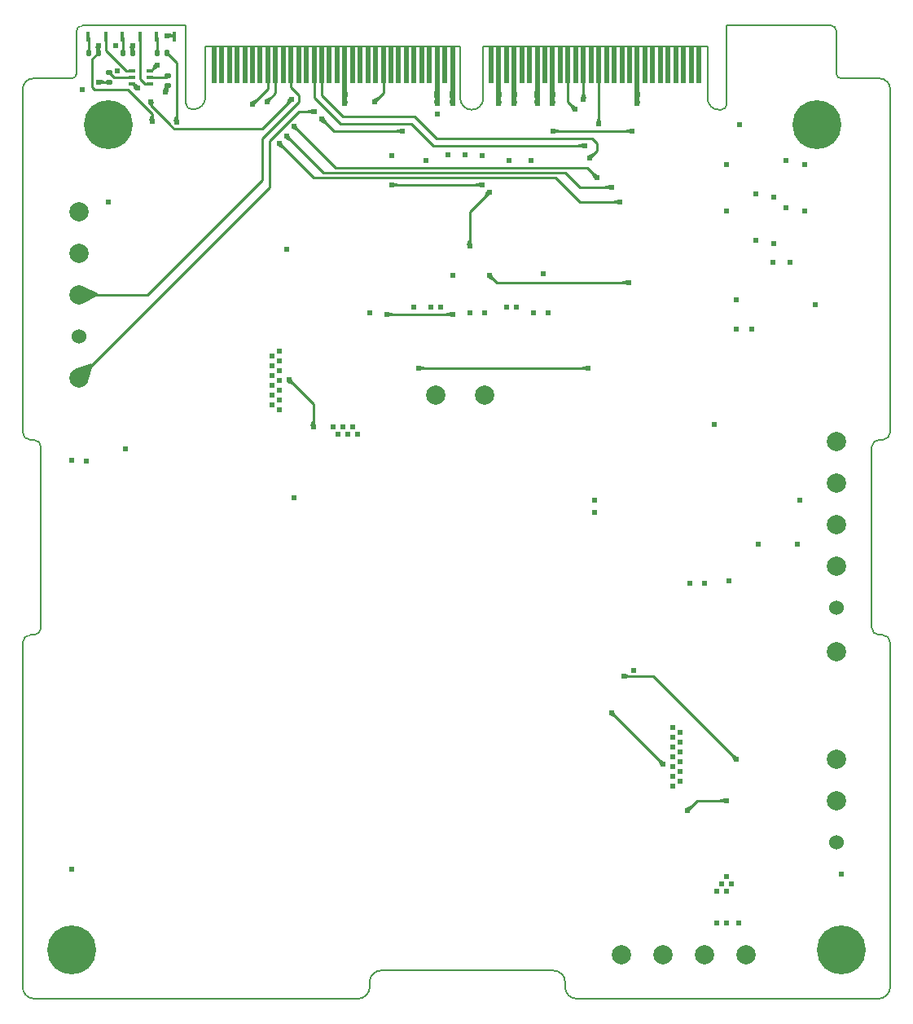
<source format=gbl>
G04 #@! TF.GenerationSoftware,KiCad,Pcbnew,7.0.1*
G04 #@! TF.CreationDate,2023-06-22T14:27:13-04:00*
G04 #@! TF.ProjectId,payload-interface-board,7061796c-6f61-4642-9d69-6e7465726661,B*
G04 #@! TF.SameCoordinates,Original*
G04 #@! TF.FileFunction,Copper,L4,Bot*
G04 #@! TF.FilePolarity,Positive*
%FSLAX46Y46*%
G04 Gerber Fmt 4.6, Leading zero omitted, Abs format (unit mm)*
G04 Created by KiCad (PCBNEW 7.0.1) date 2023-06-22 14:27:13*
%MOMM*%
%LPD*%
G01*
G04 APERTURE LIST*
G04 Aperture macros list*
%AMRoundRect*
0 Rectangle with rounded corners*
0 $1 Rounding radius*
0 $2 $3 $4 $5 $6 $7 $8 $9 X,Y pos of 4 corners*
0 Add a 4 corners polygon primitive as box body*
4,1,4,$2,$3,$4,$5,$6,$7,$8,$9,$2,$3,0*
0 Add four circle primitives for the rounded corners*
1,1,$1+$1,$2,$3*
1,1,$1+$1,$4,$5*
1,1,$1+$1,$6,$7*
1,1,$1+$1,$8,$9*
0 Add four rect primitives between the rounded corners*
20,1,$1+$1,$2,$3,$4,$5,0*
20,1,$1+$1,$4,$5,$6,$7,0*
20,1,$1+$1,$6,$7,$8,$9,0*
20,1,$1+$1,$8,$9,$2,$3,0*%
%AMFreePoly0*
4,1,12,0.105238,2.379067,0.194454,2.319454,0.254067,2.230238,0.275000,2.125000,0.275000,-1.400000,-0.275000,-1.400000,-0.275000,2.125000,-0.254067,2.230238,-0.194454,2.319454,-0.105238,2.379067,0.000000,2.400000,0.105238,2.379067,0.105238,2.379067,$1*%
G04 Aperture macros list end*
G04 #@! TA.AperFunction,SMDPad,CuDef*
%ADD10FreePoly0,0.000000*%
G04 #@! TD*
G04 #@! TA.AperFunction,ComponentPad*
%ADD11C,2.000000*%
G04 #@! TD*
G04 #@! TA.AperFunction,ComponentPad*
%ADD12C,1.524000*%
G04 #@! TD*
G04 #@! TA.AperFunction,ComponentPad*
%ADD13C,5.080000*%
G04 #@! TD*
G04 #@! TA.AperFunction,SMDPad,CuDef*
%ADD14RoundRect,0.135000X-0.185000X0.135000X-0.185000X-0.135000X0.185000X-0.135000X0.185000X0.135000X0*%
G04 #@! TD*
G04 #@! TA.AperFunction,SMDPad,CuDef*
%ADD15RoundRect,0.135000X0.135000X0.185000X-0.135000X0.185000X-0.135000X-0.185000X0.135000X-0.185000X0*%
G04 #@! TD*
G04 #@! TA.AperFunction,SMDPad,CuDef*
%ADD16R,0.370000X1.000000*%
G04 #@! TD*
G04 #@! TA.AperFunction,SMDPad,CuDef*
%ADD17R,0.650000X0.400000*%
G04 #@! TD*
G04 #@! TA.AperFunction,ViaPad*
%ADD18C,0.609600*%
G04 #@! TD*
G04 #@! TA.AperFunction,Conductor*
%ADD19C,0.254000*%
G04 #@! TD*
G04 #@! TA.AperFunction,Conductor*
%ADD20C,0.250000*%
G04 #@! TD*
G04 #@! TA.AperFunction,Conductor*
%ADD21C,0.508000*%
G04 #@! TD*
G04 #@! TA.AperFunction,Profile*
%ADD22C,0.200000*%
G04 #@! TD*
G04 APERTURE END LIST*
D10*
X60033839Y-68787167D03*
X60833839Y-68787167D03*
X61633839Y-68787167D03*
X62433839Y-68787167D03*
X63233839Y-68787167D03*
X64033839Y-68787167D03*
X64833839Y-68787167D03*
X65633839Y-68787167D03*
X66433839Y-68787167D03*
X67233839Y-68787167D03*
X68033839Y-68787167D03*
X68833839Y-68787167D03*
X69633839Y-68787167D03*
X70433839Y-68787167D03*
X71233839Y-68787167D03*
X72033839Y-68787167D03*
X72833839Y-68787167D03*
X73633839Y-68787167D03*
X74433839Y-68787167D03*
X75233839Y-68787167D03*
X76033839Y-68787167D03*
X76833839Y-68787167D03*
X77633839Y-68787167D03*
X78433839Y-68787167D03*
X79233839Y-68787167D03*
X80033839Y-68787167D03*
X80833839Y-68787167D03*
X81633839Y-68787167D03*
X82433839Y-68787167D03*
X83233839Y-68787167D03*
X84033839Y-68787167D03*
X84833839Y-68787167D03*
X88833839Y-68787167D03*
X89633839Y-68787167D03*
X90433839Y-68787167D03*
X91233839Y-68787167D03*
X92033839Y-68787167D03*
X92833839Y-68787167D03*
X93633839Y-68787167D03*
X94433839Y-68787167D03*
X95233839Y-68787167D03*
X96033839Y-68787167D03*
X96833839Y-68787167D03*
X97633839Y-68787167D03*
X98433839Y-68787167D03*
X99233839Y-68787167D03*
X100033839Y-68787167D03*
X100833839Y-68787167D03*
X101633839Y-68787167D03*
X102433839Y-68787167D03*
X103233839Y-68787167D03*
X104033839Y-68787167D03*
X104833839Y-68787167D03*
X105633839Y-68787167D03*
X106433839Y-68787167D03*
X107233839Y-68787167D03*
X108033839Y-68787167D03*
X108833839Y-68787167D03*
X109633839Y-68787167D03*
X110433839Y-68787167D03*
D11*
X124714000Y-144780000D03*
X45974000Y-83566000D03*
X45974000Y-92202000D03*
D12*
X124714000Y-124714000D03*
D11*
X124714000Y-120396000D03*
X110998000Y-160782000D03*
X83121000Y-102616000D03*
X88201000Y-102616000D03*
X124714000Y-116078000D03*
X45974000Y-100838000D03*
X115316000Y-160782000D03*
X102362000Y-160782000D03*
D13*
X49022000Y-74549000D03*
X125222000Y-160274000D03*
D11*
X45974000Y-87884000D03*
D12*
X124714000Y-149098000D03*
D11*
X124714000Y-111760000D03*
X124714000Y-107442000D03*
D13*
X45212000Y-160274000D03*
D11*
X124714000Y-140462000D03*
X106680000Y-160782000D03*
D12*
X45974000Y-96520000D03*
D11*
X124714000Y-129286000D03*
D13*
X122682000Y-74549000D03*
D14*
X49149000Y-69086000D03*
X49149000Y-70106000D03*
D15*
X55120000Y-67056000D03*
X54100000Y-67056000D03*
X51564000Y-67056000D03*
X50544000Y-67056000D03*
D16*
X48809000Y-65405000D03*
X46949000Y-65405000D03*
D17*
X53401000Y-68946000D03*
X53401000Y-69596000D03*
X53401000Y-70246000D03*
X51501000Y-70246000D03*
X51501000Y-69596000D03*
X51501000Y-68946000D03*
D15*
X48008000Y-67056000D03*
X46988000Y-67056000D03*
D14*
X55245000Y-69467000D03*
X55245000Y-70487000D03*
D16*
X52365000Y-65405000D03*
X50505000Y-65405000D03*
X55921000Y-65405000D03*
X54061000Y-65405000D03*
D18*
X54991000Y-71120000D03*
X64008000Y-72390000D03*
X48011492Y-70104000D03*
X113284000Y-152654000D03*
X104033820Y-71374000D03*
X80772000Y-93472000D03*
X93218000Y-94030000D03*
X87884000Y-77724000D03*
X67564000Y-87426000D03*
X72390000Y-105918000D03*
X74930000Y-106680000D03*
X73633839Y-72283834D03*
X82042000Y-78232000D03*
X112014000Y-105664000D03*
X90678000Y-78232000D03*
X50800000Y-108204000D03*
X49022000Y-82550000D03*
X99568000Y-114808000D03*
X125222000Y-152400000D03*
X119522000Y-83185999D03*
X78486000Y-77724000D03*
X113284000Y-157480000D03*
X112776000Y-153416000D03*
X92964000Y-78224000D03*
X116331999Y-86551000D03*
X114668000Y-74536000D03*
X74422000Y-105918000D03*
X95233839Y-72283834D03*
X91440000Y-93472000D03*
X68326000Y-113284000D03*
X54102000Y-68326000D03*
X88138000Y-94030000D03*
X120904000Y-113538000D03*
X49974721Y-68903212D03*
X84328000Y-77674000D03*
X46736000Y-109474000D03*
X104033820Y-72283820D03*
X118222000Y-82042000D03*
X99568000Y-113538000D03*
X90424000Y-93472000D03*
X113538000Y-121920000D03*
X73908517Y-106687743D03*
X114554000Y-157480000D03*
X89633839Y-72283834D03*
X95233839Y-71374014D03*
X94234000Y-90043500D03*
X72898000Y-106680000D03*
X82550000Y-93472000D03*
X115950500Y-95758000D03*
X86106000Y-77674000D03*
X83566000Y-93472000D03*
X84836000Y-90170000D03*
X91233839Y-72283834D03*
X116586000Y-118110000D03*
X73406000Y-105918000D03*
X73633839Y-71374014D03*
X114300000Y-95758000D03*
X113284000Y-154178000D03*
X119522000Y-78232000D03*
X118222000Y-86867999D03*
X112268000Y-157480000D03*
X110998000Y-122174000D03*
X113792000Y-153416000D03*
X112268000Y-154178000D03*
X89633839Y-71374014D03*
X52070000Y-70739000D03*
X91233839Y-71374014D03*
X116332000Y-81725000D03*
X103632000Y-131206000D03*
X86614000Y-94030000D03*
X94742000Y-94030000D03*
X45212000Y-151892000D03*
X76200000Y-94030000D03*
X66040000Y-100584000D03*
X66040000Y-103632000D03*
X66040000Y-98552000D03*
X66040000Y-102616000D03*
X66040000Y-101600000D03*
X83233820Y-71374000D03*
X66802000Y-98044000D03*
X66802000Y-99060000D03*
X83233820Y-72333820D03*
X66802000Y-102108000D03*
X66802000Y-104140000D03*
X83233820Y-73406000D03*
X66802000Y-101092000D03*
X66040000Y-99568000D03*
X66802000Y-103124000D03*
X66802000Y-100076000D03*
X98433839Y-71882000D03*
X100033839Y-74422000D03*
X98552000Y-76708000D03*
X70433839Y-73152000D03*
X81280000Y-99822000D03*
X98932500Y-99822000D03*
X103124000Y-90932000D03*
X88646000Y-90170000D03*
X68326000Y-74676000D03*
X99822000Y-80010000D03*
X101346000Y-81026000D03*
X67564000Y-75692000D03*
X65532000Y-72136000D03*
X102616000Y-131826000D03*
X99060000Y-77978000D03*
X114300000Y-140462000D03*
X107696000Y-139192000D03*
X108458000Y-138684000D03*
X107696000Y-140208000D03*
X93633839Y-71374014D03*
X107696000Y-141224000D03*
X108458000Y-140716000D03*
X107696000Y-143256000D03*
X108458000Y-142748000D03*
X93633839Y-72283834D03*
X107696000Y-142240000D03*
X107696000Y-137160000D03*
X107696000Y-138176000D03*
X108458000Y-139700000D03*
X108458000Y-137668000D03*
X108458000Y-141732000D03*
X76708000Y-72136000D03*
X97536000Y-72898000D03*
X84836000Y-94234000D03*
X53594000Y-74168000D03*
X118110000Y-88850000D03*
X121412000Y-83453000D03*
X120650000Y-118110000D03*
X113284000Y-83453000D03*
X48008000Y-66294000D03*
X78486000Y-80772000D03*
X121412000Y-78627000D03*
X84833820Y-71374000D03*
X122580900Y-93259000D03*
X113283999Y-78627000D03*
X87884000Y-80772000D03*
X84833820Y-72283820D03*
X109474000Y-122174000D03*
X77978000Y-94234000D03*
X119888000Y-88850000D03*
X114300000Y-92710000D03*
X45212000Y-109424000D03*
X49778290Y-66280714D03*
X46355000Y-70866000D03*
X56134000Y-74292500D03*
X102237500Y-82550000D03*
X113284000Y-144780000D03*
X109220000Y-145796000D03*
X66802000Y-76454000D03*
X67818000Y-101023874D03*
X70358000Y-105918000D03*
X106680000Y-140967023D03*
X101346000Y-135636000D03*
X86614000Y-87122000D03*
X88646000Y-81534000D03*
X55118000Y-65278000D03*
X95250000Y-75184000D03*
X53467000Y-72136000D03*
X103505000Y-75184000D03*
X79629000Y-75184000D03*
X68072000Y-71882000D03*
X71247000Y-73914000D03*
X51562000Y-66294000D03*
D19*
X98932500Y-99822000D02*
X81280000Y-99822000D01*
X89408000Y-90932000D02*
X88646000Y-90170000D01*
X103124000Y-90932000D02*
X89408000Y-90932000D01*
X65633839Y-68787167D02*
X65633839Y-70764161D01*
D20*
X55118000Y-70993000D02*
X55118000Y-70485000D01*
X54991000Y-71120000D02*
X55118000Y-70993000D01*
D19*
X65633839Y-70764161D02*
X64008000Y-72390000D01*
D20*
X48011492Y-70104000D02*
X49147000Y-70104000D01*
D21*
X73633839Y-68787167D02*
X73633839Y-71374014D01*
X73633839Y-71374014D02*
X73633839Y-72283834D01*
X95233839Y-72283834D02*
X95233839Y-71374014D01*
D20*
X53482000Y-68946000D02*
X54102000Y-68326000D01*
D21*
X91233839Y-68787167D02*
X91233839Y-71374014D01*
X104033820Y-68787153D02*
X104033820Y-71374000D01*
D20*
X51577000Y-70246000D02*
X52070000Y-70739000D01*
D21*
X89633839Y-72283834D02*
X89633839Y-71374014D01*
X104033820Y-72283820D02*
X104033820Y-71374000D01*
X91233839Y-72283834D02*
X91233839Y-71374014D01*
X89633839Y-68787167D02*
X89633839Y-71374014D01*
X95233839Y-68787167D02*
X95233839Y-71374014D01*
X83233820Y-68787153D02*
X83233820Y-71374000D01*
X83233820Y-72333820D02*
X83233820Y-71374000D01*
X83233820Y-68787153D02*
X83233820Y-72333820D01*
D19*
X98433839Y-71882000D02*
X98433839Y-68787167D01*
X100033839Y-74422000D02*
X100033839Y-68787167D01*
X98552000Y-76708000D02*
X82804000Y-76708000D01*
X73152000Y-74422000D02*
X70433839Y-71703839D01*
X80518000Y-74422000D02*
X73152000Y-74422000D01*
X82804000Y-76708000D02*
X80518000Y-74422000D01*
X70433839Y-71703839D02*
X70433839Y-68787167D01*
X65786000Y-81026000D02*
X45974000Y-100838000D01*
X70433839Y-73152000D02*
X68834000Y-73152000D01*
X65786000Y-76200000D02*
X65786000Y-81026000D01*
X68834000Y-73152000D02*
X65786000Y-76200000D01*
D20*
X72644000Y-78994000D02*
X68326000Y-74676000D01*
X99822000Y-80010000D02*
X98806000Y-78994000D01*
X98806000Y-78994000D02*
X72644000Y-78994000D01*
D19*
X71374000Y-79502000D02*
X96520000Y-79502000D01*
X67564000Y-75692000D02*
X71374000Y-79502000D01*
X66433839Y-68787167D02*
X66433839Y-71234161D01*
X66433839Y-71234161D02*
X65532000Y-72136000D01*
X98044000Y-81026000D02*
X101346000Y-81026000D01*
X96520000Y-79502000D02*
X98044000Y-81026000D01*
X65024000Y-75946000D02*
X68834000Y-72136000D01*
X68834000Y-71450322D02*
X68033839Y-70650161D01*
X53086000Y-92202000D02*
X65024000Y-80264000D01*
X65024000Y-80264000D02*
X65024000Y-75946000D01*
X45974000Y-92202000D02*
X53086000Y-92202000D01*
X68834000Y-72136000D02*
X68834000Y-71450322D01*
X68033839Y-70650161D02*
X68033839Y-68787167D01*
X71233839Y-71487839D02*
X71233839Y-68787167D01*
X105679000Y-131841000D02*
X102631000Y-131841000D01*
X114300000Y-140462000D02*
X105679000Y-131841000D01*
X73406000Y-73660000D02*
X71233839Y-71487839D01*
X80899000Y-73660000D02*
X73406000Y-73660000D01*
X102631000Y-131841000D02*
X102616000Y-131826000D01*
X83185000Y-75946000D02*
X80899000Y-73660000D01*
X99314000Y-75946000D02*
X83185000Y-75946000D01*
X99822000Y-77216000D02*
X99822000Y-76454000D01*
X99060000Y-77978000D02*
X99822000Y-77216000D01*
X99822000Y-76454000D02*
X99314000Y-75946000D01*
D21*
X93633839Y-72283834D02*
X93633839Y-71374014D01*
X93633839Y-68787167D02*
X93633839Y-71374014D01*
D19*
X76708000Y-72136000D02*
X77633831Y-71210169D01*
X77633831Y-71210169D02*
X77633831Y-68787155D01*
X97536000Y-72898000D02*
X96774000Y-72136000D01*
X96774000Y-72136000D02*
X96774000Y-68847006D01*
D20*
X53594000Y-73406000D02*
X53594000Y-74168000D01*
X48008000Y-66294000D02*
X48008000Y-67056000D01*
X47378492Y-70619492D02*
X47625000Y-70866000D01*
X47378492Y-67685508D02*
X47378492Y-70619492D01*
D21*
X84833820Y-72283820D02*
X84833820Y-71374000D01*
X84833820Y-68787153D02*
X84833820Y-71374000D01*
D20*
X47625000Y-70866000D02*
X51054000Y-70866000D01*
D21*
X84833820Y-72025180D02*
X84833820Y-68787153D01*
D20*
X51054000Y-70866000D02*
X53594000Y-73406000D01*
D19*
X77978000Y-94234000D02*
X84836000Y-94234000D01*
X78486000Y-80772000D02*
X87884000Y-80772000D01*
D20*
X48008000Y-67056000D02*
X47378492Y-67685508D01*
D19*
X102237500Y-82550000D02*
X98044000Y-82550000D01*
X55118000Y-67054000D02*
X56134000Y-68070000D01*
X70358000Y-80010000D02*
X66802000Y-76454000D01*
X109220000Y-145796000D02*
X110236000Y-144780000D01*
X98044000Y-82550000D02*
X95504000Y-80010000D01*
X110236000Y-144780000D02*
X113284000Y-144780000D01*
X95504000Y-80010000D02*
X70358000Y-80010000D01*
X56134000Y-74292500D02*
X56134000Y-68070000D01*
D20*
X55116000Y-69596000D02*
X53401000Y-69596000D01*
X52365000Y-69741400D02*
X52869600Y-70246000D01*
X52869600Y-70246000D02*
X53401000Y-70246000D01*
X52365000Y-65405000D02*
X52365000Y-69741400D01*
X49149000Y-69086000D02*
X49659000Y-69596000D01*
X49659000Y-69596000D02*
X51501000Y-69596000D01*
X50912000Y-68946000D02*
X51501000Y-68946000D01*
X48809000Y-66843000D02*
X50912000Y-68946000D01*
X48809000Y-65405000D02*
X48809000Y-66843000D01*
X70358000Y-103563874D02*
X70358000Y-105918000D01*
X67818000Y-101023874D02*
X70358000Y-103563874D01*
D19*
X101348977Y-135636000D02*
X106680000Y-140967023D01*
X101346000Y-135636000D02*
X101348977Y-135636000D01*
X88646000Y-81534000D02*
X86614000Y-83566000D01*
X86614000Y-83566000D02*
X86614000Y-87122000D01*
D20*
X50544000Y-67056000D02*
X50544000Y-65444000D01*
X46988000Y-67056000D02*
X46988000Y-65444000D01*
X55118000Y-65278000D02*
X55794000Y-65278000D01*
X55794000Y-65278000D02*
X55921000Y-65405000D01*
X54100000Y-67056000D02*
X54100000Y-65444000D01*
D19*
X51564000Y-67056000D02*
X51564000Y-66296000D01*
X71247000Y-73914000D02*
X72517000Y-75184000D01*
X51564000Y-66296000D02*
X51562000Y-66294000D01*
X53467000Y-72520698D02*
X53467000Y-72136000D01*
X55499000Y-74555526D02*
X55499000Y-74552698D01*
X103505000Y-75184000D02*
X95250000Y-75184000D01*
X56397026Y-74927500D02*
X55870974Y-74927500D01*
X72517000Y-75184000D02*
X79629000Y-75184000D01*
X55870974Y-74927500D02*
X55499000Y-74555526D01*
X65028500Y-74925500D02*
X56399026Y-74925500D01*
X55499000Y-74552698D02*
X53467000Y-72520698D01*
X68072000Y-71882000D02*
X65028500Y-74925500D01*
X56399026Y-74925500D02*
X56397026Y-74927500D01*
G04 #@! TA.AperFunction,Conductor*
G36*
X81703391Y-99636602D02*
G01*
X81881401Y-99692429D01*
X81887330Y-99696667D01*
X81889600Y-99703593D01*
X81889600Y-99940407D01*
X81887330Y-99947333D01*
X81881401Y-99951571D01*
X81406825Y-100100404D01*
X81398387Y-100099847D01*
X81392528Y-100093750D01*
X81280884Y-99826509D01*
X81279980Y-99821999D01*
X81280883Y-99817491D01*
X81392528Y-99550248D01*
X81398387Y-99544152D01*
X81406823Y-99543595D01*
X81703391Y-99636602D01*
G37*
G04 #@! TD.AperFunction*
G04 #@! TA.AperFunction,Conductor*
G36*
X98814112Y-99544152D02*
G01*
X98819971Y-99550249D01*
X98931615Y-99817489D01*
X98932519Y-99821999D01*
X98931615Y-99826509D01*
X98819971Y-100093750D01*
X98814112Y-100099847D01*
X98805674Y-100100404D01*
X98331099Y-99951571D01*
X98325170Y-99947333D01*
X98322900Y-99940407D01*
X98322900Y-99703593D01*
X98325170Y-99696667D01*
X98331099Y-99692429D01*
X98460410Y-99651874D01*
X98805676Y-99543595D01*
X98814112Y-99544152D01*
G37*
G04 #@! TD.AperFunction*
G04 #@! TA.AperFunction,Conductor*
G36*
X88932540Y-90062817D02*
G01*
X88988176Y-90169293D01*
X89135685Y-90451598D01*
X89162875Y-90503633D01*
X89164070Y-90510822D01*
X89160778Y-90517324D01*
X88993324Y-90684778D01*
X88986822Y-90688070D01*
X88979634Y-90686875D01*
X88759114Y-90571649D01*
X88538817Y-90456540D01*
X88533244Y-90450180D01*
X88533411Y-90441726D01*
X88643436Y-90173812D01*
X88645986Y-90169986D01*
X88649812Y-90167436D01*
X88917726Y-90057411D01*
X88926180Y-90057244D01*
X88932540Y-90062817D01*
G37*
G04 #@! TD.AperFunction*
G04 #@! TA.AperFunction,Conductor*
G36*
X103005612Y-90654152D02*
G01*
X103011471Y-90660249D01*
X103123115Y-90927489D01*
X103124019Y-90931999D01*
X103123115Y-90936509D01*
X103011471Y-91203750D01*
X103005612Y-91209847D01*
X102997174Y-91210404D01*
X102522599Y-91061571D01*
X102516670Y-91057333D01*
X102514400Y-91050407D01*
X102514400Y-90813593D01*
X102516670Y-90806667D01*
X102522599Y-90802429D01*
X102651910Y-90761874D01*
X102997176Y-90653595D01*
X103005612Y-90654152D01*
G37*
G04 #@! TD.AperFunction*
G04 #@! TA.AperFunction,Conductor*
G36*
X55240206Y-70543583D02*
G01*
X55243969Y-70551161D01*
X55294640Y-71107279D01*
X55293462Y-71113555D01*
X55289164Y-71118278D01*
X55283026Y-71120041D01*
X54993365Y-71120992D01*
X54988817Y-71120088D01*
X54722003Y-71008622D01*
X54716857Y-71004434D01*
X54714817Y-70998121D01*
X54716537Y-70991713D01*
X54989577Y-70546110D01*
X54993836Y-70542015D01*
X54999553Y-70540523D01*
X55232317Y-70540523D01*
X55240206Y-70543583D01*
G37*
G04 #@! TD.AperFunction*
G04 #@! TA.AperFunction,Conductor*
G36*
X64355324Y-71875221D02*
G01*
X64522778Y-72042675D01*
X64526070Y-72049177D01*
X64524875Y-72056366D01*
X64294540Y-72497182D01*
X64288180Y-72502755D01*
X64279725Y-72502587D01*
X64011814Y-72392563D01*
X64007986Y-72390013D01*
X64005436Y-72386185D01*
X63895412Y-72118274D01*
X63895244Y-72109819D01*
X63900816Y-72103459D01*
X64341637Y-71873123D01*
X64348822Y-71871929D01*
X64355324Y-71875221D01*
G37*
G04 #@! TD.AperFunction*
G04 #@! TA.AperFunction,Conductor*
G36*
X48296619Y-69875924D02*
G01*
X48612935Y-69976408D01*
X48618835Y-69980651D01*
X48621092Y-69987559D01*
X48621092Y-70220441D01*
X48618835Y-70227349D01*
X48612935Y-70231591D01*
X48485850Y-70271962D01*
X48138342Y-70382354D01*
X48129883Y-70381820D01*
X48124004Y-70375713D01*
X48063795Y-70231592D01*
X48012375Y-70108509D01*
X48011472Y-70104000D01*
X48012376Y-70099490D01*
X48062023Y-69980651D01*
X48124005Y-69832284D01*
X48129883Y-69826179D01*
X48138342Y-69825645D01*
X48296619Y-69875924D01*
G37*
G04 #@! TD.AperFunction*
G04 #@! TA.AperFunction,Conductor*
G36*
X73884995Y-70767504D02*
G01*
X73888733Y-70775142D01*
X73937586Y-71361383D01*
X73936373Y-71367623D01*
X73932076Y-71372308D01*
X73925964Y-71374055D01*
X73633877Y-71375013D01*
X73633801Y-71375013D01*
X73341713Y-71374055D01*
X73335601Y-71372308D01*
X73331304Y-71367623D01*
X73330091Y-71361385D01*
X73378945Y-70775141D01*
X73382683Y-70767504D01*
X73390605Y-70764414D01*
X73877073Y-70764414D01*
X73884995Y-70767504D01*
G37*
G04 #@! TD.AperFunction*
G04 #@! TA.AperFunction,Conductor*
G36*
X73884995Y-71677324D02*
G01*
X73888733Y-71684962D01*
X73937586Y-72271203D01*
X73936373Y-72277443D01*
X73932076Y-72282128D01*
X73925964Y-72283875D01*
X73633877Y-72284833D01*
X73633801Y-72284833D01*
X73341713Y-72283875D01*
X73335601Y-72282128D01*
X73331304Y-72277443D01*
X73330091Y-72271205D01*
X73378945Y-71684962D01*
X73382683Y-71677324D01*
X73390605Y-71674234D01*
X73877073Y-71674234D01*
X73884995Y-71677324D01*
G37*
G04 #@! TD.AperFunction*
G04 #@! TA.AperFunction,Conductor*
G36*
X73925965Y-71373972D02*
G01*
X73932076Y-71375719D01*
X73936373Y-71380404D01*
X73937586Y-71386644D01*
X73888733Y-71972886D01*
X73884995Y-71980524D01*
X73877073Y-71983614D01*
X73390605Y-71983614D01*
X73382683Y-71980524D01*
X73378945Y-71972886D01*
X73330091Y-71386644D01*
X73331304Y-71380404D01*
X73335601Y-71375719D01*
X73341711Y-71373972D01*
X73633839Y-71373014D01*
X73925965Y-71373972D01*
G37*
G04 #@! TD.AperFunction*
G04 #@! TA.AperFunction,Conductor*
G36*
X95484995Y-71677324D02*
G01*
X95488733Y-71684962D01*
X95537586Y-72271203D01*
X95536373Y-72277443D01*
X95532076Y-72282128D01*
X95525964Y-72283875D01*
X95233877Y-72284833D01*
X95233801Y-72284833D01*
X94941713Y-72283875D01*
X94935601Y-72282128D01*
X94931304Y-72277443D01*
X94930091Y-72271205D01*
X94978945Y-71684962D01*
X94982683Y-71677324D01*
X94990605Y-71674234D01*
X95477073Y-71674234D01*
X95484995Y-71677324D01*
G37*
G04 #@! TD.AperFunction*
G04 #@! TA.AperFunction,Conductor*
G36*
X95525965Y-71373972D02*
G01*
X95532076Y-71375719D01*
X95536373Y-71380404D01*
X95537586Y-71386644D01*
X95488733Y-71972886D01*
X95484995Y-71980524D01*
X95477073Y-71983614D01*
X94990605Y-71983614D01*
X94982683Y-71980524D01*
X94978945Y-71972886D01*
X94930091Y-71386644D01*
X94931304Y-71380404D01*
X94935601Y-71375719D01*
X94941711Y-71373972D01*
X95233839Y-71373014D01*
X95525965Y-71373972D01*
G37*
G04 #@! TD.AperFunction*
G04 #@! TA.AperFunction,Conductor*
G36*
X53830310Y-68213426D02*
G01*
X54058225Y-68307025D01*
X54098185Y-68323436D01*
X54102013Y-68325986D01*
X54104563Y-68329814D01*
X54214572Y-68597688D01*
X54214733Y-68606163D01*
X54209129Y-68612523D01*
X53766937Y-68841504D01*
X53759765Y-68842676D01*
X53753284Y-68839387D01*
X53588612Y-68674715D01*
X53585323Y-68668234D01*
X53586494Y-68661064D01*
X53815476Y-68218869D01*
X53821836Y-68213266D01*
X53830310Y-68213426D01*
G37*
G04 #@! TD.AperFunction*
G04 #@! TA.AperFunction,Conductor*
G36*
X91484995Y-70767504D02*
G01*
X91488733Y-70775142D01*
X91537586Y-71361383D01*
X91536373Y-71367623D01*
X91532076Y-71372308D01*
X91525964Y-71374055D01*
X91233877Y-71375013D01*
X91233801Y-71375013D01*
X90941713Y-71374055D01*
X90935601Y-71372308D01*
X90931304Y-71367623D01*
X90930091Y-71361385D01*
X90978945Y-70775141D01*
X90982683Y-70767504D01*
X90990605Y-70764414D01*
X91477073Y-70764414D01*
X91484995Y-70767504D01*
G37*
G04 #@! TD.AperFunction*
G04 #@! TA.AperFunction,Conductor*
G36*
X104284976Y-70767490D02*
G01*
X104288714Y-70775128D01*
X104337567Y-71361369D01*
X104336354Y-71367609D01*
X104332057Y-71372294D01*
X104325945Y-71374041D01*
X104033858Y-71374999D01*
X104033782Y-71374999D01*
X103741694Y-71374041D01*
X103735582Y-71372294D01*
X103731285Y-71367609D01*
X103730072Y-71361371D01*
X103778926Y-70775128D01*
X103782664Y-70767490D01*
X103790586Y-70764400D01*
X104277054Y-70764400D01*
X104284976Y-70767490D01*
G37*
G04 #@! TD.AperFunction*
G04 #@! TA.AperFunction,Conductor*
G36*
X51734935Y-70223494D02*
G01*
X52057028Y-70390284D01*
X52177129Y-70452476D01*
X52182733Y-70458836D01*
X52182572Y-70467311D01*
X52072563Y-70735185D01*
X52070013Y-70739013D01*
X52066185Y-70741563D01*
X51798311Y-70851572D01*
X51789836Y-70851733D01*
X51783476Y-70846129D01*
X51587312Y-70467311D01*
X51554494Y-70403935D01*
X51553323Y-70396765D01*
X51556610Y-70390286D01*
X51721286Y-70225610D01*
X51727765Y-70222323D01*
X51734935Y-70223494D01*
G37*
G04 #@! TD.AperFunction*
G04 #@! TA.AperFunction,Conductor*
G36*
X89884995Y-71677324D02*
G01*
X89888733Y-71684962D01*
X89937586Y-72271203D01*
X89936373Y-72277443D01*
X89932076Y-72282128D01*
X89925964Y-72283875D01*
X89633877Y-72284833D01*
X89633801Y-72284833D01*
X89341713Y-72283875D01*
X89335601Y-72282128D01*
X89331304Y-72277443D01*
X89330091Y-72271205D01*
X89378945Y-71684962D01*
X89382683Y-71677324D01*
X89390605Y-71674234D01*
X89877073Y-71674234D01*
X89884995Y-71677324D01*
G37*
G04 #@! TD.AperFunction*
G04 #@! TA.AperFunction,Conductor*
G36*
X89925965Y-71373972D02*
G01*
X89932076Y-71375719D01*
X89936373Y-71380404D01*
X89937586Y-71386644D01*
X89888733Y-71972886D01*
X89884995Y-71980524D01*
X89877073Y-71983614D01*
X89390605Y-71983614D01*
X89382683Y-71980524D01*
X89378945Y-71972886D01*
X89330091Y-71386644D01*
X89331304Y-71380404D01*
X89335601Y-71375719D01*
X89341711Y-71373972D01*
X89633839Y-71373014D01*
X89925965Y-71373972D01*
G37*
G04 #@! TD.AperFunction*
G04 #@! TA.AperFunction,Conductor*
G36*
X104325946Y-71373958D02*
G01*
X104332057Y-71375705D01*
X104336354Y-71380390D01*
X104337567Y-71386630D01*
X104288714Y-71972872D01*
X104284976Y-71980510D01*
X104277054Y-71983600D01*
X103790586Y-71983600D01*
X103782664Y-71980510D01*
X103778926Y-71972872D01*
X103730072Y-71386630D01*
X103731285Y-71380390D01*
X103735582Y-71375705D01*
X103741692Y-71373958D01*
X104033820Y-71373000D01*
X104325946Y-71373958D01*
G37*
G04 #@! TD.AperFunction*
G04 #@! TA.AperFunction,Conductor*
G36*
X104284976Y-71677310D02*
G01*
X104288714Y-71684948D01*
X104337567Y-72271189D01*
X104336354Y-72277429D01*
X104332057Y-72282114D01*
X104325945Y-72283861D01*
X104033858Y-72284819D01*
X104033782Y-72284819D01*
X103741694Y-72283861D01*
X103735582Y-72282114D01*
X103731285Y-72277429D01*
X103730072Y-72271191D01*
X103778926Y-71684948D01*
X103782664Y-71677310D01*
X103790586Y-71674220D01*
X104277054Y-71674220D01*
X104284976Y-71677310D01*
G37*
G04 #@! TD.AperFunction*
G04 #@! TA.AperFunction,Conductor*
G36*
X91484995Y-71677324D02*
G01*
X91488733Y-71684962D01*
X91537586Y-72271203D01*
X91536373Y-72277443D01*
X91532076Y-72282128D01*
X91525964Y-72283875D01*
X91233877Y-72284833D01*
X91233801Y-72284833D01*
X90941713Y-72283875D01*
X90935601Y-72282128D01*
X90931304Y-72277443D01*
X90930091Y-72271205D01*
X90978945Y-71684962D01*
X90982683Y-71677324D01*
X90990605Y-71674234D01*
X91477073Y-71674234D01*
X91484995Y-71677324D01*
G37*
G04 #@! TD.AperFunction*
G04 #@! TA.AperFunction,Conductor*
G36*
X91525965Y-71373972D02*
G01*
X91532076Y-71375719D01*
X91536373Y-71380404D01*
X91537586Y-71386644D01*
X91488733Y-71972886D01*
X91484995Y-71980524D01*
X91477073Y-71983614D01*
X90990605Y-71983614D01*
X90982683Y-71980524D01*
X90978945Y-71972886D01*
X90930091Y-71386644D01*
X90931304Y-71380404D01*
X90935601Y-71375719D01*
X90941711Y-71373972D01*
X91233839Y-71373014D01*
X91525965Y-71373972D01*
G37*
G04 #@! TD.AperFunction*
G04 #@! TA.AperFunction,Conductor*
G36*
X89884995Y-70767504D02*
G01*
X89888733Y-70775142D01*
X89937586Y-71361383D01*
X89936373Y-71367623D01*
X89932076Y-71372308D01*
X89925964Y-71374055D01*
X89633877Y-71375013D01*
X89633801Y-71375013D01*
X89341713Y-71374055D01*
X89335601Y-71372308D01*
X89331304Y-71367623D01*
X89330091Y-71361385D01*
X89378945Y-70775141D01*
X89382683Y-70767504D01*
X89390605Y-70764414D01*
X89877073Y-70764414D01*
X89884995Y-70767504D01*
G37*
G04 #@! TD.AperFunction*
G04 #@! TA.AperFunction,Conductor*
G36*
X95484995Y-70767504D02*
G01*
X95488733Y-70775142D01*
X95537586Y-71361383D01*
X95536373Y-71367623D01*
X95532076Y-71372308D01*
X95525964Y-71374055D01*
X95233877Y-71375013D01*
X95233801Y-71375013D01*
X94941713Y-71374055D01*
X94935601Y-71372308D01*
X94931304Y-71367623D01*
X94930091Y-71361385D01*
X94978945Y-70775141D01*
X94982683Y-70767504D01*
X94990605Y-70764414D01*
X95477073Y-70764414D01*
X95484995Y-70767504D01*
G37*
G04 #@! TD.AperFunction*
G04 #@! TA.AperFunction,Conductor*
G36*
X83484976Y-70767490D02*
G01*
X83488714Y-70775128D01*
X83537567Y-71361369D01*
X83536354Y-71367609D01*
X83532057Y-71372294D01*
X83525945Y-71374041D01*
X83233858Y-71374999D01*
X83233782Y-71374999D01*
X82941694Y-71374041D01*
X82935582Y-71372294D01*
X82931285Y-71367609D01*
X82930072Y-71361371D01*
X82978926Y-70775128D01*
X82982664Y-70767490D01*
X82990586Y-70764400D01*
X83477054Y-70764400D01*
X83484976Y-70767490D01*
G37*
G04 #@! TD.AperFunction*
G04 #@! TA.AperFunction,Conductor*
G36*
X83525946Y-71373958D02*
G01*
X83532057Y-71375705D01*
X83536354Y-71380390D01*
X83537567Y-71386630D01*
X83488714Y-71972872D01*
X83484976Y-71980510D01*
X83477054Y-71983600D01*
X82990586Y-71983600D01*
X82982664Y-71980510D01*
X82978926Y-71972872D01*
X82930072Y-71386630D01*
X82931285Y-71380390D01*
X82935582Y-71375705D01*
X82941692Y-71373958D01*
X83233820Y-71373000D01*
X83525946Y-71373958D01*
G37*
G04 #@! TD.AperFunction*
G04 #@! TA.AperFunction,Conductor*
G36*
X83484976Y-71727310D02*
G01*
X83488714Y-71734948D01*
X83537567Y-72321189D01*
X83536354Y-72327429D01*
X83532057Y-72332114D01*
X83525945Y-72333861D01*
X83233858Y-72334819D01*
X83233782Y-72334819D01*
X82941694Y-72333861D01*
X82935582Y-72332114D01*
X82931285Y-72327429D01*
X82930072Y-72321191D01*
X82978926Y-71734948D01*
X82982664Y-71727310D01*
X82990586Y-71724220D01*
X83477054Y-71724220D01*
X83484976Y-71727310D01*
G37*
G04 #@! TD.AperFunction*
G04 #@! TA.AperFunction,Conductor*
G36*
X83484976Y-71727310D02*
G01*
X83488714Y-71734948D01*
X83537567Y-72321189D01*
X83536354Y-72327429D01*
X83532057Y-72332114D01*
X83525945Y-72333861D01*
X83233858Y-72334819D01*
X83233782Y-72334819D01*
X82941694Y-72333861D01*
X82935582Y-72332114D01*
X82931285Y-72327429D01*
X82930072Y-72321191D01*
X82978926Y-71734948D01*
X82982664Y-71727310D01*
X82990586Y-71724220D01*
X83477054Y-71724220D01*
X83484976Y-71727310D01*
G37*
G04 #@! TD.AperFunction*
G04 #@! TA.AperFunction,Conductor*
G36*
X98559172Y-71274670D02*
G01*
X98563410Y-71280599D01*
X98712243Y-71755174D01*
X98711686Y-71763612D01*
X98705589Y-71769471D01*
X98438349Y-71881115D01*
X98433839Y-71882019D01*
X98429329Y-71881115D01*
X98162088Y-71769471D01*
X98155991Y-71763612D01*
X98155434Y-71755176D01*
X98304267Y-71280599D01*
X98308506Y-71274670D01*
X98315432Y-71272400D01*
X98552246Y-71272400D01*
X98559172Y-71274670D01*
G37*
G04 #@! TD.AperFunction*
G04 #@! TA.AperFunction,Conductor*
G36*
X100159172Y-73814670D02*
G01*
X100163410Y-73820599D01*
X100312243Y-74295174D01*
X100311686Y-74303612D01*
X100305589Y-74309471D01*
X100038349Y-74421115D01*
X100033839Y-74422019D01*
X100029329Y-74421115D01*
X99762088Y-74309471D01*
X99755991Y-74303612D01*
X99755434Y-74295176D01*
X99904267Y-73820599D01*
X99908506Y-73814670D01*
X99915432Y-73812400D01*
X100152246Y-73812400D01*
X100159172Y-73814670D01*
G37*
G04 #@! TD.AperFunction*
G04 #@! TA.AperFunction,Conductor*
G36*
X98433612Y-76430152D02*
G01*
X98439471Y-76436249D01*
X98551115Y-76703490D01*
X98552019Y-76708000D01*
X98551115Y-76712510D01*
X98439471Y-76979750D01*
X98433612Y-76985847D01*
X98425174Y-76986404D01*
X97950599Y-76837571D01*
X97944670Y-76833333D01*
X97942400Y-76826407D01*
X97942400Y-76589593D01*
X97944670Y-76582667D01*
X97950599Y-76578429D01*
X98079910Y-76537874D01*
X98425176Y-76429595D01*
X98433612Y-76430152D01*
G37*
G04 #@! TD.AperFunction*
G04 #@! TA.AperFunction,Conductor*
G36*
X47303557Y-99339130D02*
G01*
X47472869Y-99508442D01*
X47475991Y-99514060D01*
X47475674Y-99520480D01*
X46901894Y-101208870D01*
X46898337Y-101214067D01*
X46892602Y-101216668D01*
X46886349Y-101215919D01*
X45977784Y-100840562D01*
X45973978Y-100838021D01*
X45971437Y-100834215D01*
X45596080Y-99925650D01*
X45595331Y-99919397D01*
X45597932Y-99913662D01*
X45603126Y-99910106D01*
X47291523Y-99336324D01*
X47297939Y-99336008D01*
X47303557Y-99339130D01*
G37*
G04 #@! TD.AperFunction*
G04 #@! TA.AperFunction,Conductor*
G36*
X70315451Y-72874152D02*
G01*
X70321310Y-72880249D01*
X70432954Y-73147489D01*
X70433858Y-73151999D01*
X70432954Y-73156509D01*
X70321310Y-73423750D01*
X70315451Y-73429847D01*
X70307013Y-73430404D01*
X69832438Y-73281571D01*
X69826509Y-73277333D01*
X69824239Y-73270407D01*
X69824239Y-73033593D01*
X69826509Y-73026667D01*
X69832438Y-73022429D01*
X69961749Y-72981874D01*
X70307015Y-72873595D01*
X70315451Y-72874152D01*
G37*
G04 #@! TD.AperFunction*
G04 #@! TA.AperFunction,Conductor*
G36*
X68612523Y-74568870D02*
G01*
X68841504Y-75011062D01*
X68842676Y-75018234D01*
X68839387Y-75024715D01*
X68674715Y-75189387D01*
X68668234Y-75192676D01*
X68661062Y-75191504D01*
X68218870Y-74962523D01*
X68213266Y-74956163D01*
X68213426Y-74947689D01*
X68323436Y-74679812D01*
X68325986Y-74675986D01*
X68329812Y-74673436D01*
X68597689Y-74563426D01*
X68606163Y-74563266D01*
X68612523Y-74568870D01*
G37*
G04 #@! TD.AperFunction*
G04 #@! TA.AperFunction,Conductor*
G36*
X99486935Y-79494494D02*
G01*
X99809028Y-79661284D01*
X99929129Y-79723476D01*
X99934733Y-79729836D01*
X99934572Y-79738311D01*
X99824563Y-80006185D01*
X99822013Y-80010013D01*
X99818185Y-80012563D01*
X99550311Y-80122572D01*
X99541836Y-80122733D01*
X99535476Y-80117129D01*
X99339312Y-79738311D01*
X99306494Y-79674935D01*
X99305323Y-79667765D01*
X99308610Y-79661286D01*
X99473286Y-79496610D01*
X99479765Y-79493323D01*
X99486935Y-79494494D01*
G37*
G04 #@! TD.AperFunction*
G04 #@! TA.AperFunction,Conductor*
G36*
X67850540Y-75584817D02*
G01*
X67906176Y-75691293D01*
X68053685Y-75973598D01*
X68080875Y-76025633D01*
X68082070Y-76032822D01*
X68078778Y-76039324D01*
X67911324Y-76206778D01*
X67904822Y-76210070D01*
X67897634Y-76208875D01*
X67677114Y-76093649D01*
X67456817Y-75978540D01*
X67451244Y-75972180D01*
X67451411Y-75963726D01*
X67561436Y-75695812D01*
X67563986Y-75691986D01*
X67567812Y-75689436D01*
X67835726Y-75579411D01*
X67844180Y-75579244D01*
X67850540Y-75584817D01*
G37*
G04 #@! TD.AperFunction*
G04 #@! TA.AperFunction,Conductor*
G36*
X65879324Y-71621221D02*
G01*
X66046778Y-71788675D01*
X66050070Y-71795177D01*
X66048875Y-71802366D01*
X65818540Y-72243182D01*
X65812180Y-72248755D01*
X65803725Y-72248587D01*
X65535814Y-72138563D01*
X65531986Y-72136013D01*
X65529436Y-72132185D01*
X65419412Y-71864274D01*
X65419244Y-71855819D01*
X65424816Y-71849459D01*
X65865637Y-71619123D01*
X65872822Y-71617929D01*
X65879324Y-71621221D01*
G37*
G04 #@! TD.AperFunction*
G04 #@! TA.AperFunction,Conductor*
G36*
X101227612Y-80748152D02*
G01*
X101233471Y-80754249D01*
X101345115Y-81021490D01*
X101346019Y-81026000D01*
X101345115Y-81030510D01*
X101233471Y-81297750D01*
X101227612Y-81303847D01*
X101219174Y-81304404D01*
X100744599Y-81155571D01*
X100738670Y-81151333D01*
X100736400Y-81144407D01*
X100736400Y-80907593D01*
X100738670Y-80900667D01*
X100744599Y-80896429D01*
X100873910Y-80855874D01*
X101219176Y-80747595D01*
X101227612Y-80748152D01*
G37*
G04 #@! TD.AperFunction*
G04 #@! TA.AperFunction,Conductor*
G36*
X46367871Y-91283632D02*
G01*
X47967471Y-92071783D01*
X47972235Y-92076098D01*
X47974000Y-92082278D01*
X47974000Y-92321722D01*
X47972235Y-92327902D01*
X47967471Y-92332217D01*
X46367873Y-93120366D01*
X46361683Y-93121527D01*
X46355788Y-93119310D01*
X46351899Y-93114360D01*
X45974862Y-92206485D01*
X45973968Y-92202000D01*
X45974863Y-92197513D01*
X46351899Y-91289637D01*
X46355788Y-91284689D01*
X46361683Y-91282472D01*
X46367871Y-91283632D01*
G37*
G04 #@! TD.AperFunction*
G04 #@! TA.AperFunction,Conductor*
G36*
X103214743Y-131711275D02*
G01*
X103220447Y-131715544D01*
X103222616Y-131722331D01*
X103222616Y-131959168D01*
X103220254Y-131966217D01*
X103214122Y-131970420D01*
X102742637Y-132104750D01*
X102734355Y-132104040D01*
X102728636Y-132098009D01*
X102616883Y-131830509D01*
X102615980Y-131826000D01*
X102616884Y-131821490D01*
X102658309Y-131722331D01*
X102728405Y-131554542D01*
X102734420Y-131548374D01*
X102743028Y-131547997D01*
X103214743Y-131711275D01*
G37*
G04 #@! TD.AperFunction*
G04 #@! TA.AperFunction,Conductor*
G36*
X113966363Y-139945123D02*
G01*
X114317055Y-140128366D01*
X114407182Y-140175459D01*
X114412755Y-140181819D01*
X114412587Y-140190274D01*
X114302563Y-140458185D01*
X114300013Y-140462013D01*
X114296185Y-140464563D01*
X114028274Y-140574587D01*
X114019819Y-140574755D01*
X114013459Y-140569182D01*
X113955461Y-140458185D01*
X113783123Y-140128363D01*
X113781929Y-140121177D01*
X113785219Y-140114677D01*
X113952677Y-139947219D01*
X113959177Y-139943929D01*
X113966363Y-139945123D01*
G37*
G04 #@! TD.AperFunction*
G04 #@! TA.AperFunction,Conductor*
G36*
X99407324Y-77463221D02*
G01*
X99574778Y-77630675D01*
X99578070Y-77637177D01*
X99576875Y-77644366D01*
X99346540Y-78085182D01*
X99340180Y-78090755D01*
X99331725Y-78090587D01*
X99063814Y-77980563D01*
X99059986Y-77978013D01*
X99057436Y-77974185D01*
X98947412Y-77706274D01*
X98947244Y-77697819D01*
X98952816Y-77691459D01*
X99393637Y-77461123D01*
X99400822Y-77459929D01*
X99407324Y-77463221D01*
G37*
G04 #@! TD.AperFunction*
G04 #@! TA.AperFunction,Conductor*
G36*
X93925965Y-71373972D02*
G01*
X93932076Y-71375719D01*
X93936373Y-71380404D01*
X93937586Y-71386644D01*
X93888733Y-71972886D01*
X93884995Y-71980524D01*
X93877073Y-71983614D01*
X93390605Y-71983614D01*
X93382683Y-71980524D01*
X93378945Y-71972886D01*
X93330091Y-71386644D01*
X93331304Y-71380404D01*
X93335601Y-71375719D01*
X93341711Y-71373972D01*
X93633839Y-71373014D01*
X93925965Y-71373972D01*
G37*
G04 #@! TD.AperFunction*
G04 #@! TA.AperFunction,Conductor*
G36*
X93884995Y-71677324D02*
G01*
X93888733Y-71684962D01*
X93937586Y-72271203D01*
X93936373Y-72277443D01*
X93932076Y-72282128D01*
X93925964Y-72283875D01*
X93633877Y-72284833D01*
X93633801Y-72284833D01*
X93341713Y-72283875D01*
X93335601Y-72282128D01*
X93331304Y-72277443D01*
X93330091Y-72271205D01*
X93378945Y-71684962D01*
X93382683Y-71677324D01*
X93390605Y-71674234D01*
X93877073Y-71674234D01*
X93884995Y-71677324D01*
G37*
G04 #@! TD.AperFunction*
G04 #@! TA.AperFunction,Conductor*
G36*
X93884995Y-70767504D02*
G01*
X93888733Y-70775142D01*
X93937586Y-71361383D01*
X93936373Y-71367623D01*
X93932076Y-71372308D01*
X93925964Y-71374055D01*
X93633877Y-71375013D01*
X93633801Y-71375013D01*
X93341713Y-71374055D01*
X93335601Y-71372308D01*
X93331304Y-71367623D01*
X93330091Y-71361385D01*
X93378945Y-70775141D01*
X93382683Y-70767504D01*
X93390605Y-70764414D01*
X93877073Y-70764414D01*
X93884995Y-70767504D01*
G37*
G04 #@! TD.AperFunction*
G04 #@! TA.AperFunction,Conductor*
G36*
X77055324Y-71621221D02*
G01*
X77222778Y-71788675D01*
X77226070Y-71795177D01*
X77224875Y-71802366D01*
X76994540Y-72243182D01*
X76988180Y-72248755D01*
X76979725Y-72248587D01*
X76711814Y-72138563D01*
X76707986Y-72136013D01*
X76705436Y-72132185D01*
X76595412Y-71864274D01*
X76595244Y-71855819D01*
X76600816Y-71849459D01*
X77041637Y-71619123D01*
X77048822Y-71617929D01*
X77055324Y-71621221D01*
G37*
G04 #@! TD.AperFunction*
G04 #@! TA.AperFunction,Conductor*
G36*
X97202363Y-72381123D02*
G01*
X97553055Y-72564366D01*
X97643182Y-72611459D01*
X97648755Y-72617819D01*
X97648587Y-72626274D01*
X97538563Y-72894185D01*
X97536013Y-72898013D01*
X97532185Y-72900563D01*
X97264274Y-73010587D01*
X97255819Y-73010755D01*
X97249459Y-73005182D01*
X97191461Y-72894185D01*
X97019123Y-72564363D01*
X97017929Y-72557177D01*
X97021219Y-72550677D01*
X97188677Y-72383219D01*
X97195177Y-72379929D01*
X97202363Y-72381123D01*
G37*
G04 #@! TD.AperFunction*
G04 #@! TA.AperFunction,Conductor*
G36*
X53717349Y-73560657D02*
G01*
X53721592Y-73566558D01*
X53872354Y-74041149D01*
X53871820Y-74049608D01*
X53865713Y-74055487D01*
X53598510Y-74167115D01*
X53594000Y-74168019D01*
X53589490Y-74167115D01*
X53322286Y-74055487D01*
X53316179Y-74049608D01*
X53315645Y-74041149D01*
X53466408Y-73566558D01*
X53470651Y-73560657D01*
X53477559Y-73558400D01*
X53710441Y-73558400D01*
X53717349Y-73560657D01*
G37*
G04 #@! TD.AperFunction*
G04 #@! TA.AperFunction,Conductor*
G36*
X48012509Y-66294883D02*
G01*
X48279713Y-66406512D01*
X48285820Y-66412391D01*
X48286354Y-66420850D01*
X48135592Y-66895442D01*
X48131349Y-66901343D01*
X48124441Y-66903600D01*
X47891559Y-66903600D01*
X47884651Y-66901343D01*
X47880408Y-66895442D01*
X47729645Y-66420850D01*
X47730179Y-66412391D01*
X47736284Y-66406513D01*
X48003490Y-66294883D01*
X48008000Y-66293980D01*
X48012509Y-66294883D01*
G37*
G04 #@! TD.AperFunction*
G04 #@! TA.AperFunction,Conductor*
G36*
X85113668Y-71373918D02*
G01*
X85121917Y-71377358D01*
X85125330Y-71385618D01*
X85125330Y-71532988D01*
X85125290Y-71533960D01*
X85088714Y-71972872D01*
X85084976Y-71980510D01*
X85077054Y-71983600D01*
X84590586Y-71983600D01*
X84582664Y-71980510D01*
X84578926Y-71972872D01*
X84530072Y-71386630D01*
X84531285Y-71380390D01*
X84535582Y-71375705D01*
X84541692Y-71373958D01*
X84833820Y-71373000D01*
X85113668Y-71373918D01*
G37*
G04 #@! TD.AperFunction*
G04 #@! TA.AperFunction,Conductor*
G36*
X85084976Y-71677310D02*
G01*
X85088714Y-71684948D01*
X85137567Y-72271189D01*
X85136354Y-72277429D01*
X85132057Y-72282114D01*
X85125945Y-72283861D01*
X84833858Y-72284819D01*
X84833782Y-72284819D01*
X84541694Y-72283861D01*
X84535582Y-72282114D01*
X84531285Y-72277429D01*
X84530072Y-72271191D01*
X84578926Y-71684948D01*
X84582664Y-71677310D01*
X84590586Y-71674220D01*
X85077054Y-71674220D01*
X85084976Y-71677310D01*
G37*
G04 #@! TD.AperFunction*
G04 #@! TA.AperFunction,Conductor*
G36*
X85084976Y-70767490D02*
G01*
X85088714Y-70775128D01*
X85125290Y-71214040D01*
X85125330Y-71215012D01*
X85125330Y-71362382D01*
X85121917Y-71370642D01*
X85113668Y-71374081D01*
X85075924Y-71374205D01*
X84833858Y-71374999D01*
X84833782Y-71374999D01*
X84541694Y-71374041D01*
X84535582Y-71372294D01*
X84531285Y-71367609D01*
X84530072Y-71361371D01*
X84578926Y-70775128D01*
X84582664Y-70767490D01*
X84590586Y-70764400D01*
X85077054Y-70764400D01*
X85084976Y-70767490D01*
G37*
G04 #@! TD.AperFunction*
G04 #@! TA.AperFunction,Conductor*
G36*
X85084976Y-71677310D02*
G01*
X85088714Y-71684948D01*
X85137567Y-72271189D01*
X85136354Y-72277429D01*
X85132057Y-72282114D01*
X85125945Y-72283861D01*
X84833858Y-72284819D01*
X84833782Y-72284819D01*
X84541694Y-72283861D01*
X84535582Y-72282114D01*
X84531285Y-72277429D01*
X84530072Y-72271191D01*
X84578926Y-71684948D01*
X84582664Y-71677310D01*
X84590586Y-71674220D01*
X85077054Y-71674220D01*
X85084976Y-71677310D01*
G37*
G04 #@! TD.AperFunction*
G04 #@! TA.AperFunction,Conductor*
G36*
X84717612Y-93956152D02*
G01*
X84723471Y-93962249D01*
X84835115Y-94229490D01*
X84836019Y-94234000D01*
X84835115Y-94238510D01*
X84723471Y-94505750D01*
X84717612Y-94511847D01*
X84709174Y-94512404D01*
X84234599Y-94363571D01*
X84228670Y-94359333D01*
X84226400Y-94352407D01*
X84226400Y-94115593D01*
X84228670Y-94108667D01*
X84234599Y-94104429D01*
X84363910Y-94063874D01*
X84709176Y-93955595D01*
X84717612Y-93956152D01*
G37*
G04 #@! TD.AperFunction*
G04 #@! TA.AperFunction,Conductor*
G36*
X78401391Y-94048602D02*
G01*
X78579401Y-94104429D01*
X78585330Y-94108667D01*
X78587600Y-94115593D01*
X78587600Y-94352407D01*
X78585330Y-94359333D01*
X78579401Y-94363571D01*
X78104825Y-94512404D01*
X78096387Y-94511847D01*
X78090528Y-94505750D01*
X77978884Y-94238510D01*
X77977980Y-94234000D01*
X77978884Y-94229490D01*
X78090528Y-93962249D01*
X78096387Y-93956152D01*
X78104823Y-93955595D01*
X78401391Y-94048602D01*
G37*
G04 #@! TD.AperFunction*
G04 #@! TA.AperFunction,Conductor*
G36*
X78909391Y-80586602D02*
G01*
X79087401Y-80642429D01*
X79093330Y-80646667D01*
X79095600Y-80653593D01*
X79095600Y-80890407D01*
X79093330Y-80897333D01*
X79087401Y-80901571D01*
X78612825Y-81050404D01*
X78604387Y-81049847D01*
X78598528Y-81043750D01*
X78486884Y-80776509D01*
X78485980Y-80771999D01*
X78486883Y-80767491D01*
X78598528Y-80500248D01*
X78604387Y-80494152D01*
X78612823Y-80493595D01*
X78909391Y-80586602D01*
G37*
G04 #@! TD.AperFunction*
G04 #@! TA.AperFunction,Conductor*
G36*
X87765612Y-80494152D02*
G01*
X87771471Y-80500249D01*
X87883115Y-80767489D01*
X87884019Y-80771999D01*
X87883115Y-80776509D01*
X87771471Y-81043750D01*
X87765612Y-81049847D01*
X87757174Y-81050404D01*
X87282599Y-80901571D01*
X87276670Y-80897333D01*
X87274400Y-80890407D01*
X87274400Y-80653593D01*
X87276670Y-80646667D01*
X87282599Y-80642429D01*
X87411910Y-80601874D01*
X87757176Y-80493595D01*
X87765612Y-80494152D01*
G37*
G04 #@! TD.AperFunction*
G04 #@! TA.AperFunction,Conductor*
G36*
X102119112Y-82272152D02*
G01*
X102124971Y-82278249D01*
X102236615Y-82545490D01*
X102237519Y-82550000D01*
X102236615Y-82554510D01*
X102124971Y-82821750D01*
X102119112Y-82827847D01*
X102110674Y-82828404D01*
X101636099Y-82679571D01*
X101630170Y-82675333D01*
X101627900Y-82668407D01*
X101627900Y-82431593D01*
X101630170Y-82424667D01*
X101636099Y-82420429D01*
X101765410Y-82379874D01*
X102110676Y-82271595D01*
X102119112Y-82272152D01*
G37*
G04 #@! TD.AperFunction*
G04 #@! TA.AperFunction,Conductor*
G36*
X67088540Y-76346817D02*
G01*
X67144176Y-76453293D01*
X67291685Y-76735598D01*
X67318875Y-76787633D01*
X67320070Y-76794822D01*
X67316778Y-76801324D01*
X67149324Y-76968778D01*
X67142822Y-76972070D01*
X67135634Y-76970875D01*
X66915114Y-76855649D01*
X66694817Y-76740540D01*
X66689244Y-76734180D01*
X66689411Y-76725726D01*
X66799436Y-76457812D01*
X66801986Y-76453986D01*
X66805812Y-76451436D01*
X67073726Y-76341411D01*
X67082180Y-76341244D01*
X67088540Y-76346817D01*
G37*
G04 #@! TD.AperFunction*
G04 #@! TA.AperFunction,Conductor*
G36*
X109567324Y-145281221D02*
G01*
X109734778Y-145448675D01*
X109738070Y-145455177D01*
X109736875Y-145462366D01*
X109506540Y-145903182D01*
X109500180Y-145908755D01*
X109491725Y-145908587D01*
X109223814Y-145798563D01*
X109219986Y-145796013D01*
X109217436Y-145792185D01*
X109107412Y-145524274D01*
X109107244Y-145515819D01*
X109112816Y-145509459D01*
X109553637Y-145279123D01*
X109560822Y-145277929D01*
X109567324Y-145281221D01*
G37*
G04 #@! TD.AperFunction*
G04 #@! TA.AperFunction,Conductor*
G36*
X113165612Y-144502152D02*
G01*
X113171471Y-144508249D01*
X113283115Y-144775490D01*
X113284019Y-144780000D01*
X113283115Y-144784510D01*
X113171471Y-145051750D01*
X113165612Y-145057847D01*
X113157174Y-145058404D01*
X112682599Y-144909571D01*
X112676670Y-144905333D01*
X112674400Y-144898407D01*
X112674400Y-144661593D01*
X112676670Y-144654667D01*
X112682599Y-144650429D01*
X112811910Y-144609874D01*
X113157176Y-144501595D01*
X113165612Y-144502152D01*
G37*
G04 #@! TD.AperFunction*
G04 #@! TA.AperFunction,Conductor*
G36*
X56259333Y-73685170D02*
G01*
X56263571Y-73691099D01*
X56412404Y-74165674D01*
X56411847Y-74174112D01*
X56405750Y-74179971D01*
X56138510Y-74291615D01*
X56134000Y-74292519D01*
X56129490Y-74291615D01*
X55862249Y-74179971D01*
X55856152Y-74174112D01*
X55855595Y-74165676D01*
X56004428Y-73691099D01*
X56008667Y-73685170D01*
X56015593Y-73682900D01*
X56252407Y-73682900D01*
X56259333Y-73685170D01*
G37*
G04 #@! TD.AperFunction*
G04 #@! TA.AperFunction,Conductor*
G36*
X70481349Y-105310657D02*
G01*
X70485592Y-105316558D01*
X70636354Y-105791149D01*
X70635820Y-105799608D01*
X70629713Y-105805487D01*
X70362509Y-105917115D01*
X70357999Y-105918019D01*
X70353489Y-105917115D01*
X70086286Y-105805487D01*
X70080179Y-105799608D01*
X70079645Y-105791149D01*
X70230408Y-105316558D01*
X70234651Y-105310657D01*
X70241559Y-105308400D01*
X70474441Y-105308400D01*
X70481349Y-105310657D01*
G37*
G04 #@! TD.AperFunction*
G04 #@! TA.AperFunction,Conductor*
G36*
X68104523Y-100916744D02*
G01*
X68333504Y-101358936D01*
X68334676Y-101366108D01*
X68331387Y-101372589D01*
X68166715Y-101537261D01*
X68160234Y-101540550D01*
X68153062Y-101539378D01*
X67710870Y-101310397D01*
X67705266Y-101304037D01*
X67705426Y-101295563D01*
X67815436Y-101027686D01*
X67817986Y-101023860D01*
X67821812Y-101021310D01*
X68089689Y-100911300D01*
X68098163Y-100911140D01*
X68104523Y-100916744D01*
G37*
G04 #@! TD.AperFunction*
G04 #@! TA.AperFunction,Conductor*
G36*
X106346363Y-140450146D02*
G01*
X106697055Y-140633389D01*
X106787182Y-140680482D01*
X106792755Y-140686842D01*
X106792587Y-140695297D01*
X106682563Y-140963208D01*
X106680013Y-140967036D01*
X106676185Y-140969586D01*
X106408274Y-141079610D01*
X106399819Y-141079778D01*
X106393459Y-141074205D01*
X106335461Y-140963208D01*
X106163123Y-140633386D01*
X106161929Y-140626200D01*
X106165219Y-140619700D01*
X106332677Y-140452242D01*
X106339177Y-140448952D01*
X106346363Y-140450146D01*
G37*
G04 #@! TD.AperFunction*
G04 #@! TA.AperFunction,Conductor*
G36*
X101632556Y-135528764D02*
G01*
X101864023Y-135967834D01*
X101865241Y-135975040D01*
X101861946Y-135981563D01*
X101694490Y-136149019D01*
X101688012Y-136152308D01*
X101680841Y-136151138D01*
X101502261Y-136058763D01*
X101238876Y-135922521D01*
X101233269Y-135916162D01*
X101233429Y-135907684D01*
X101343436Y-135639814D01*
X101345986Y-135635986D01*
X101349812Y-135633436D01*
X101617763Y-135523396D01*
X101626196Y-135523221D01*
X101632556Y-135528764D01*
G37*
G04 #@! TD.AperFunction*
G04 #@! TA.AperFunction,Conductor*
G36*
X88374274Y-81421412D02*
G01*
X88642185Y-81531436D01*
X88646013Y-81533986D01*
X88648563Y-81537814D01*
X88758587Y-81805725D01*
X88758755Y-81814180D01*
X88753182Y-81820540D01*
X88312366Y-82050875D01*
X88305177Y-82052070D01*
X88298675Y-82048778D01*
X88131221Y-81881324D01*
X88127929Y-81874822D01*
X88129123Y-81867637D01*
X88359459Y-81426816D01*
X88365819Y-81421244D01*
X88374274Y-81421412D01*
G37*
G04 #@! TD.AperFunction*
G04 #@! TA.AperFunction,Conductor*
G36*
X86739333Y-86514670D02*
G01*
X86743571Y-86520599D01*
X86892404Y-86995174D01*
X86891847Y-87003612D01*
X86885750Y-87009471D01*
X86618509Y-87121115D01*
X86613999Y-87122019D01*
X86609489Y-87121115D01*
X86342249Y-87009471D01*
X86336152Y-87003612D01*
X86335595Y-86995176D01*
X86484428Y-86520599D01*
X86488667Y-86514670D01*
X86495593Y-86512400D01*
X86732407Y-86512400D01*
X86739333Y-86514670D01*
G37*
G04 #@! TD.AperFunction*
G04 #@! TA.AperFunction,Conductor*
G36*
X55403127Y-65049924D02*
G01*
X55719443Y-65150408D01*
X55725343Y-65154651D01*
X55727600Y-65161559D01*
X55727600Y-65394441D01*
X55725343Y-65401349D01*
X55719443Y-65405591D01*
X55592358Y-65445962D01*
X55244850Y-65556354D01*
X55236391Y-65555820D01*
X55230512Y-65549713D01*
X55118884Y-65282509D01*
X55117980Y-65277999D01*
X55118883Y-65273491D01*
X55230513Y-65006284D01*
X55236391Y-65000179D01*
X55244850Y-64999645D01*
X55403127Y-65049924D01*
G37*
G04 #@! TD.AperFunction*
G04 #@! TA.AperFunction,Conductor*
G36*
X51566510Y-66294884D02*
G01*
X51833784Y-66406542D01*
X51839873Y-66412383D01*
X51840450Y-66420800D01*
X51693552Y-66894964D01*
X51689318Y-66900920D01*
X51682376Y-66903202D01*
X51445557Y-66903202D01*
X51438650Y-66900946D01*
X51434407Y-66895047D01*
X51283648Y-66420852D01*
X51284181Y-66412391D01*
X51290286Y-66406512D01*
X51557490Y-66294883D01*
X51562000Y-66293980D01*
X51566510Y-66294884D01*
G37*
G04 #@! TD.AperFunction*
G04 #@! TA.AperFunction,Conductor*
G36*
X71533540Y-73806817D02*
G01*
X71589176Y-73913293D01*
X71736685Y-74195598D01*
X71763875Y-74247633D01*
X71765070Y-74254822D01*
X71761778Y-74261324D01*
X71594324Y-74428778D01*
X71587822Y-74432070D01*
X71580634Y-74430875D01*
X71360114Y-74315649D01*
X71139817Y-74200540D01*
X71134244Y-74194180D01*
X71134411Y-74185726D01*
X71244436Y-73917812D01*
X71246986Y-73913986D01*
X71250812Y-73911436D01*
X71518726Y-73801411D01*
X71527180Y-73801244D01*
X71533540Y-73806817D01*
G37*
G04 #@! TD.AperFunction*
G04 #@! TA.AperFunction,Conductor*
G36*
X53758600Y-72135969D02*
G01*
X53764847Y-72137794D01*
X53769152Y-72142674D01*
X53770184Y-72149101D01*
X53716324Y-72585930D01*
X53712985Y-72592771D01*
X53546216Y-72759540D01*
X53540260Y-72762735D01*
X53533530Y-72762103D01*
X53528273Y-72757854D01*
X53413876Y-72589925D01*
X53256909Y-72359505D01*
X53254930Y-72351844D01*
X53258278Y-72344676D01*
X53462851Y-72138756D01*
X53466667Y-72136197D01*
X53471175Y-72135304D01*
X53758600Y-72135969D01*
G37*
G04 #@! TD.AperFunction*
G04 #@! TA.AperFunction,Conductor*
G36*
X95673391Y-74998602D02*
G01*
X95851401Y-75054429D01*
X95857330Y-75058667D01*
X95859600Y-75065593D01*
X95859600Y-75302407D01*
X95857330Y-75309333D01*
X95851401Y-75313571D01*
X95376825Y-75462404D01*
X95368387Y-75461847D01*
X95362528Y-75455750D01*
X95250884Y-75188509D01*
X95249980Y-75183999D01*
X95250883Y-75179491D01*
X95362528Y-74912248D01*
X95368387Y-74906152D01*
X95376823Y-74905595D01*
X95673391Y-74998602D01*
G37*
G04 #@! TD.AperFunction*
G04 #@! TA.AperFunction,Conductor*
G36*
X103386612Y-74906152D02*
G01*
X103392471Y-74912249D01*
X103504115Y-75179489D01*
X103505019Y-75183999D01*
X103504115Y-75188509D01*
X103392471Y-75455750D01*
X103386612Y-75461847D01*
X103378174Y-75462404D01*
X102903599Y-75313571D01*
X102897670Y-75309333D01*
X102895400Y-75302407D01*
X102895400Y-75065593D01*
X102897670Y-75058667D01*
X102903599Y-75054429D01*
X103032910Y-75013874D01*
X103378176Y-74905595D01*
X103386612Y-74906152D01*
G37*
G04 #@! TD.AperFunction*
G04 #@! TA.AperFunction,Conductor*
G36*
X79510612Y-74906152D02*
G01*
X79516471Y-74912249D01*
X79628115Y-75179489D01*
X79629019Y-75183999D01*
X79628115Y-75188509D01*
X79516471Y-75455750D01*
X79510612Y-75461847D01*
X79502174Y-75462404D01*
X79027599Y-75313571D01*
X79021670Y-75309333D01*
X79019400Y-75302407D01*
X79019400Y-75065593D01*
X79021670Y-75058667D01*
X79027599Y-75054429D01*
X79156910Y-75013874D01*
X79502176Y-74905595D01*
X79510612Y-74906152D01*
G37*
G04 #@! TD.AperFunction*
G04 #@! TA.AperFunction,Conductor*
G36*
X67800274Y-71769412D02*
G01*
X68068185Y-71879436D01*
X68072013Y-71881986D01*
X68074563Y-71885814D01*
X68184587Y-72153725D01*
X68184755Y-72162180D01*
X68179182Y-72168540D01*
X67738366Y-72398875D01*
X67731177Y-72400070D01*
X67724675Y-72396778D01*
X67557221Y-72229324D01*
X67553929Y-72222822D01*
X67555123Y-72215637D01*
X67785459Y-71774816D01*
X67791819Y-71769244D01*
X67800274Y-71769412D01*
G37*
G04 #@! TD.AperFunction*
D22*
X40150002Y-106498198D02*
G75*
G03*
X40912002Y-107260198I761998J-2D01*
G01*
X113333777Y-66287181D02*
X113333777Y-64205481D01*
X42055002Y-126792798D02*
X42055002Y-108022198D01*
X75024202Y-165350002D02*
G75*
G03*
X76218002Y-164156198I-2J1193802D01*
G01*
X51653814Y-64224163D02*
X56353749Y-64224163D01*
X40912002Y-107260198D02*
X41293002Y-107260198D01*
X129177002Y-107260198D02*
X129558002Y-107260198D01*
X129126202Y-165350002D02*
G75*
G03*
X130320002Y-164156198I-2J1193802D01*
G01*
X41250447Y-69707497D02*
X45250447Y-69707497D01*
X57133767Y-72337133D02*
G75*
G03*
X57708839Y-72912133I574933J-67D01*
G01*
X96538002Y-163622798D02*
G75*
G03*
X95344202Y-162428998I-1193802J-2D01*
G01*
X88033820Y-66387153D02*
X111333822Y-66387153D01*
X113333777Y-64205481D02*
X124165094Y-64205481D01*
X45250447Y-69707503D02*
G75*
G03*
X45733603Y-69224341I-47J483203D01*
G01*
X129558002Y-107260202D02*
G75*
G03*
X130320002Y-106498198I-2J762002D01*
G01*
X112533820Y-72962161D02*
X112758813Y-72962161D01*
X111333839Y-71762171D02*
G75*
G03*
X112533819Y-72962161I1199961J-29D01*
G01*
X129177002Y-107260202D02*
G75*
G03*
X128415002Y-108022198I-2J-761998D01*
G01*
X125217127Y-69707497D02*
X129217124Y-69707497D01*
X76218002Y-164156198D02*
X76218002Y-163622798D01*
X40150002Y-106498198D02*
X40150002Y-70807942D01*
X45733603Y-69224341D02*
X45733786Y-64799170D01*
X57933832Y-72912120D02*
G75*
G03*
X59133820Y-71712142I-32J1200020D01*
G01*
X130320000Y-70810375D02*
G75*
G03*
X129217124Y-69707500I-1102900J-25D01*
G01*
X40912002Y-127554802D02*
G75*
G03*
X40150002Y-128316798I-2J-761998D01*
G01*
X40912002Y-127554798D02*
X41293002Y-127554798D01*
X130320002Y-164156198D02*
X130320002Y-128316798D01*
X124733785Y-69224155D02*
X124733785Y-64774172D01*
X128415002Y-126792798D02*
X128415002Y-108022198D01*
X124733803Y-69224155D02*
G75*
G03*
X125217127Y-69707497I483297J-45D01*
G01*
X57133803Y-66237151D02*
X57133803Y-64224170D01*
X40149993Y-164079998D02*
X40150002Y-128316798D01*
X85633830Y-71762154D02*
X85633830Y-66387163D01*
X96538002Y-164156198D02*
G75*
G03*
X97731802Y-165349998I1193798J-2D01*
G01*
X97731802Y-165349998D02*
X129126202Y-165349998D01*
X129177002Y-127554798D02*
X129558002Y-127554798D01*
X59133820Y-66387150D02*
X85633820Y-66387153D01*
X112758813Y-72962113D02*
G75*
G03*
X113333813Y-72387164I87J574913D01*
G01*
X77411802Y-162428998D02*
X95344202Y-162428998D01*
X41293002Y-127554802D02*
G75*
G03*
X42055002Y-126792798I-2J762002D01*
G01*
X128415002Y-126792798D02*
G75*
G03*
X129177002Y-127554798I761998J-2D01*
G01*
X88033810Y-71762154D02*
X88033810Y-66387163D01*
X113333813Y-72387161D02*
X113333813Y-66287163D01*
X57133839Y-72337131D02*
X57133839Y-66237133D01*
X57708839Y-72912131D02*
X57933832Y-72912131D01*
X46308798Y-64224158D02*
X51653807Y-64224158D01*
X41250447Y-69707502D02*
G75*
G03*
X40150002Y-70807942I-47J-1100398D01*
G01*
X77411802Y-162429002D02*
G75*
G03*
X76218002Y-163622798I-2J-1193798D01*
G01*
X46308798Y-64224186D02*
G75*
G03*
X45733786Y-64799170I2J-575014D01*
G01*
X42055002Y-108022198D02*
G75*
G03*
X41293002Y-107260198I-762002J-2D01*
G01*
X41267602Y-165349995D02*
X75024202Y-165349998D01*
X40150003Y-164079998D02*
G75*
G03*
X41267602Y-165349998I1193797J-76202D01*
G01*
X85633790Y-71762154D02*
G75*
G03*
X88033810Y-71762170I1200010J-46D01*
G01*
X56353754Y-64224170D02*
X57133803Y-64224170D01*
X130320002Y-128316798D02*
G75*
G03*
X129558002Y-127554798I-762002J-2D01*
G01*
X59133820Y-71712123D02*
X59133820Y-66387153D01*
X111333832Y-71762154D02*
X111333832Y-66387163D01*
X96538002Y-164156198D02*
X96538002Y-163622798D01*
X124733719Y-64774172D02*
G75*
G03*
X124165094Y-64205481I-568619J72D01*
G01*
X130320002Y-106498198D02*
X130320002Y-70810375D01*
M02*

</source>
